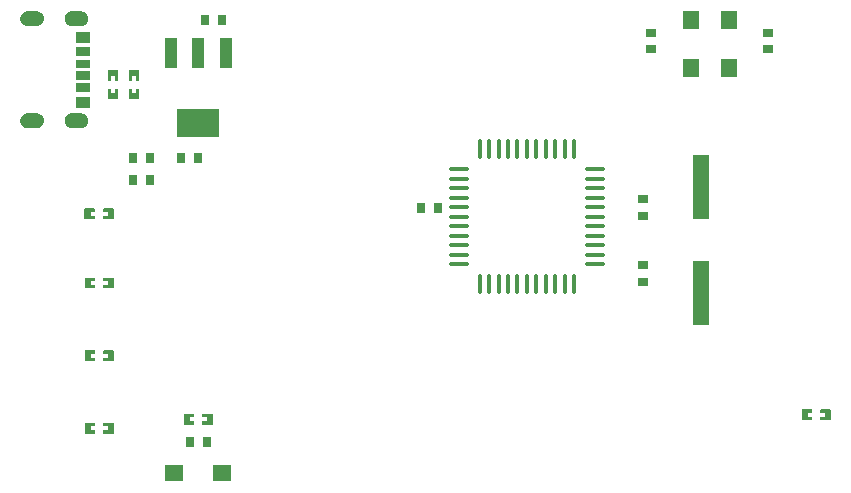
<source format=gtp>
G04 Layer: TopPasteMaskLayer*
G04 EasyEDA Pro v2.2.27.1, 2024-09-16 12:01:29*
G04 Gerber Generator version 0.3*
G04 Scale: 100 percent, Rotated: No, Reflected: No*
G04 Dimensions in millimeters*
G04 Leading zeros omitted, absolute positions, 3 integers and 5 decimals*
%FSLAX35Y35*%
%MOMM*%
%ADD10R,0.8X0.9*%
%ADD11O,0.41999X1.67*%
%ADD12O,1.67X0.41999*%
%ADD13R,1.1X2.49999*%
%ADD14R,3.59999X2.34*%
%ADD15R,0.9X0.8*%
%ADD16R,0.9X0.8*%
%ADD17R,0.8X0.9*%
%ADD18R,1.3654X1.52999*%
%ADD19R,1.35999X1.52999*%
%ADD20R,1.52999X1.35999*%
%ADD21R,1.4X5.49999*%
G75*


G04 PolygonModel Start*
G36*
G01X914949Y-1332352D02*
G01X914949Y-1252352D01*
G01X909947Y-1247351D01*
G01X887151Y-1247351D01*
G01X887151Y-1284351D01*
G01X854151Y-1284351D01*
G01X854151Y-1247351D01*
G01X829948Y-1247351D01*
G01X824949Y-1252352D01*
G01X824949Y-1332352D01*
G01X829948Y-1337351D01*
G01X909947Y-1337351D01*
G01X914949Y-1332352D01*
G37*
G36*
G01X824951Y-1093348D02*
G01X824951Y-1173348D01*
G01X829953Y-1178349D01*
G01X852749Y-1178349D01*
G01X852749Y-1141349D01*
G01X885749Y-1141349D01*
G01X885749Y-1178349D01*
G01X909952Y-1178349D01*
G01X914951Y-1173348D01*
G01X914951Y-1093348D01*
G01X909952Y-1088349D01*
G01X829953Y-1088349D01*
G01X824951Y-1093348D01*
G37*
G36*
G01X1092749Y-1332352D02*
G01X1092749Y-1252352D01*
G01X1087747Y-1247351D01*
G01X1064951Y-1247351D01*
G01X1064951Y-1284351D01*
G01X1031951Y-1284351D01*
G01X1031951Y-1247351D01*
G01X1007748Y-1247351D01*
G01X1002749Y-1252352D01*
G01X1002749Y-1332352D01*
G01X1007748Y-1337351D01*
G01X1087747Y-1337351D01*
G01X1092749Y-1332352D01*
G37*
G36*
G01X1002751Y-1093348D02*
G01X1002751Y-1173348D01*
G01X1007753Y-1178349D01*
G01X1030549Y-1178349D01*
G01X1030549Y-1141349D01*
G01X1063549Y-1141349D01*
G01X1063549Y-1178349D01*
G01X1087752Y-1178349D01*
G01X1092751Y-1173348D01*
G01X1092751Y-1093348D01*
G01X1087752Y-1088349D01*
G01X1007753Y-1088349D01*
G01X1002751Y-1093348D01*
G37*
G36*
G01X673951Y-1000849D02*
G01X553951Y-1000849D01*
G01X553951Y-1070851D01*
G01X673951Y-1070851D01*
G01X673951Y-1000849D01*
G37*
G36*
G01X553951Y-973851D02*
G01X673951Y-973851D01*
G01X673951Y-893851D01*
G01X553951Y-893851D01*
G01X553951Y-973851D01*
G37*
G36*
G01X673951Y-1100849D02*
G01X553951Y-1100849D01*
G01X553951Y-1170851D01*
G01X673951Y-1170851D01*
G01X673951Y-1100849D01*
G37*
G36*
G01X673951Y-1197849D02*
G01X553951Y-1197849D01*
G01X553951Y-1277849D01*
G01X673951Y-1277849D01*
G01X673951Y-1197849D01*
G37*
G36*
G01X553951Y-1405852D02*
G01X673951Y-1405852D01*
G01X673951Y-1315852D01*
G01X553951Y-1315852D01*
G01X553951Y-1405852D01*
G37*
G36*
G01X553951Y-855850D02*
G01X673951Y-855850D01*
G01X673951Y-765851D01*
G01X553951Y-765851D01*
G01X553951Y-855850D01*
G37*
G36*
G01X661126Y-652290D02*
G01X660972Y-649176D01*
G01X660662Y-646074D01*
G01X660197Y-642993D01*
G01X659580Y-639940D01*
G01X658810Y-636920D01*
G01X657893Y-633941D01*
G01X656826Y-631012D01*
G01X655617Y-628142D01*
G01X654263Y-625333D01*
G01X652772Y-622597D01*
G01X651149Y-619938D01*
G01X649394Y-617362D01*
G01X647512Y-614878D01*
G01X645508Y-612493D01*
G01X643390Y-610207D01*
G01X641157Y-608033D01*
G01X638820Y-605970D01*
G01X636384Y-604027D01*
G01X633854Y-602209D01*
G01X631236Y-600517D01*
G01X628538Y-598957D01*
G01X625765Y-597538D01*
G01X622925Y-596255D01*
G01X620024Y-595117D01*
G01X617070Y-594124D01*
G01X614070Y-593280D01*
G01X611033Y-592587D01*
G01X607962Y-592046D01*
G01X604871Y-591657D01*
G01X601764Y-591426D01*
G01X598648Y-591348D01*
G01X523649Y-591348D01*
G01X520532Y-591426D01*
G01X517426Y-591657D01*
G01X514335Y-592046D01*
G01X511264Y-592587D01*
G01X508226Y-593280D01*
G01X505226Y-594124D01*
G01X502272Y-595117D01*
G01X499372Y-596255D01*
G01X496532Y-597538D01*
G01X493758Y-598957D01*
G01X491061Y-600517D01*
G01X488442Y-602209D01*
G01X485912Y-604027D01*
G01X483476Y-605970D01*
G01X481140Y-608033D01*
G01X478907Y-610207D01*
G01X476788Y-612493D01*
G01X474784Y-614878D01*
G01X472902Y-617362D01*
G01X471147Y-619938D01*
G01X469524Y-622597D01*
G01X468033Y-625333D01*
G01X466679Y-628142D01*
G01X465470Y-631012D01*
G01X464403Y-633941D01*
G01X463487Y-636920D01*
G01X462717Y-639940D01*
G01X462100Y-642993D01*
G01X461635Y-646074D01*
G01X461325Y-649176D01*
G01X461170Y-652290D01*
G01X461170Y-655404D01*
G01X461325Y-658518D01*
G01X461635Y-661619D01*
G01X462100Y-664700D01*
G01X462717Y-667753D01*
G01X463487Y-670773D01*
G01X464403Y-673753D01*
G01X465470Y-676681D01*
G01X466679Y-679552D01*
G01X468033Y-682361D01*
G01X469524Y-685096D01*
G01X471147Y-687756D01*
G01X472902Y-690331D01*
G01X474784Y-692815D01*
G01X476788Y-695201D01*
G01X478907Y-697487D01*
G01X481140Y-699661D01*
G01X483476Y-701723D01*
G01X485912Y-703666D01*
G01X488442Y-705485D01*
G01X491061Y-707177D01*
G01X493758Y-708736D01*
G01X496532Y-710156D01*
G01X499372Y-711439D01*
G01X502272Y-712577D01*
G01X505226Y-713570D01*
G01X508226Y-714413D01*
G01X511264Y-715107D01*
G01X514335Y-715648D01*
G01X517426Y-716036D01*
G01X520532Y-716267D01*
G01X523649Y-716346D01*
G01X598648Y-716346D01*
G01X601764Y-716267D01*
G01X604871Y-716036D01*
G01X607962Y-715648D01*
G01X611033Y-715107D01*
G01X614070Y-714413D01*
G01X617070Y-713570D01*
G01X620024Y-712577D01*
G01X622925Y-711439D01*
G01X625765Y-710156D01*
G01X628538Y-708736D01*
G01X631236Y-707177D01*
G01X633854Y-705485D01*
G01X636384Y-703666D01*
G01X638820Y-701723D01*
G01X641157Y-699661D01*
G01X643390Y-697487D01*
G01X645508Y-695201D01*
G01X647512Y-692815D01*
G01X649394Y-690331D01*
G01X651149Y-687756D01*
G01X652772Y-685096D01*
G01X654263Y-682361D01*
G01X655617Y-679552D01*
G01X656826Y-676681D01*
G01X657893Y-673753D01*
G01X658810Y-670773D01*
G01X659580Y-667753D01*
G01X660197Y-664700D01*
G01X660662Y-661619D01*
G01X660972Y-658518D01*
G01X661126Y-655404D01*
G01X661126Y-652290D01*
G37*
G36*
G01X660972Y-1522524D02*
G01X661126Y-1519410D01*
G01X661126Y-1516296D01*
G01X660972Y-1513182D01*
G01X660662Y-1510081D01*
G01X660197Y-1507000D01*
G01X659580Y-1503947D01*
G01X658810Y-1500927D01*
G01X657893Y-1497947D01*
G01X656826Y-1495019D01*
G01X655617Y-1492148D01*
G01X654263Y-1489339D01*
G01X652772Y-1486604D01*
G01X651149Y-1483944D01*
G01X649394Y-1481369D01*
G01X647512Y-1478885D01*
G01X645508Y-1476499D01*
G01X643390Y-1474213D01*
G01X641157Y-1472039D01*
G01X638820Y-1469977D01*
G01X636384Y-1468034D01*
G01X633854Y-1466215D01*
G01X631236Y-1464523D01*
G01X628538Y-1462964D01*
G01X625765Y-1461544D01*
G01X622925Y-1460261D01*
G01X620024Y-1459123D01*
G01X617070Y-1458130D01*
G01X614070Y-1457287D01*
G01X611033Y-1456593D01*
G01X607962Y-1456052D01*
G01X604871Y-1455664D01*
G01X601764Y-1455433D01*
G01X598648Y-1455354D01*
G01X523649Y-1455354D01*
G01X520532Y-1455433D01*
G01X517426Y-1455664D01*
G01X514335Y-1456052D01*
G01X511264Y-1456593D01*
G01X508226Y-1457287D01*
G01X505226Y-1458130D01*
G01X502272Y-1459123D01*
G01X499372Y-1460261D01*
G01X496532Y-1461544D01*
G01X493758Y-1462964D01*
G01X491061Y-1464523D01*
G01X488442Y-1466215D01*
G01X485912Y-1468034D01*
G01X483476Y-1469977D01*
G01X481140Y-1472039D01*
G01X478907Y-1474213D01*
G01X476788Y-1476499D01*
G01X474784Y-1478885D01*
G01X472902Y-1481369D01*
G01X471147Y-1483944D01*
G01X469524Y-1486604D01*
G01X468033Y-1489339D01*
G01X466679Y-1492148D01*
G01X465470Y-1495019D01*
G01X464403Y-1497947D01*
G01X463487Y-1500927D01*
G01X462717Y-1503947D01*
G01X462100Y-1507000D01*
G01X461635Y-1510081D01*
G01X461325Y-1513182D01*
G01X461170Y-1516296D01*
G01X461170Y-1519410D01*
G01X461325Y-1522524D01*
G01X461635Y-1525626D01*
G01X462100Y-1528707D01*
G01X462717Y-1531760D01*
G01X463487Y-1534780D01*
G01X464403Y-1537759D01*
G01X465470Y-1540688D01*
G01X466679Y-1543558D01*
G01X468033Y-1546367D01*
G01X469524Y-1549103D01*
G01X471147Y-1551762D01*
G01X472902Y-1554338D01*
G01X474784Y-1556822D01*
G01X476788Y-1559207D01*
G01X478907Y-1561493D01*
G01X481140Y-1563667D01*
G01X483476Y-1565730D01*
G01X485912Y-1567673D01*
G01X488442Y-1569491D01*
G01X491061Y-1571183D01*
G01X493758Y-1572743D01*
G01X496532Y-1574162D01*
G01X499372Y-1575445D01*
G01X502272Y-1576583D01*
G01X505226Y-1577576D01*
G01X508226Y-1578419D01*
G01X511264Y-1579113D01*
G01X514335Y-1579654D01*
G01X517426Y-1580043D01*
G01X520532Y-1580274D01*
G01X523649Y-1580352D01*
G01X598648Y-1580352D01*
G01X601764Y-1580274D01*
G01X604871Y-1580043D01*
G01X607962Y-1579654D01*
G01X611033Y-1579113D01*
G01X614070Y-1578419D01*
G01X617070Y-1577576D01*
G01X620024Y-1576583D01*
G01X622925Y-1575445D01*
G01X625765Y-1574162D01*
G01X628538Y-1572743D01*
G01X631236Y-1571183D01*
G01X633854Y-1569491D01*
G01X636384Y-1567673D01*
G01X638820Y-1565730D01*
G01X641157Y-1563667D01*
G01X643390Y-1561493D01*
G01X645508Y-1559207D01*
G01X647512Y-1556822D01*
G01X649394Y-1554338D01*
G01X651149Y-1551762D01*
G01X652772Y-1549103D01*
G01X654263Y-1546367D01*
G01X655617Y-1543558D01*
G01X656826Y-1540688D01*
G01X657893Y-1537759D01*
G01X658810Y-1534780D01*
G01X659580Y-1531760D01*
G01X660197Y-1528707D01*
G01X660662Y-1525626D01*
G01X660972Y-1522524D01*
G37*
G36*
G01X286121Y-1516296D02*
G01X285966Y-1513182D01*
G01X285656Y-1510081D01*
G01X285191Y-1507000D01*
G01X284574Y-1503947D01*
G01X283804Y-1500927D01*
G01X282887Y-1497947D01*
G01X281821Y-1495019D01*
G01X280612Y-1492148D01*
G01X279258Y-1489339D01*
G01X277767Y-1486604D01*
G01X276144Y-1483944D01*
G01X274389Y-1481369D01*
G01X272506Y-1478885D01*
G01X270502Y-1476499D01*
G01X268384Y-1474213D01*
G01X266151Y-1472039D01*
G01X263815Y-1469977D01*
G01X261379Y-1468034D01*
G01X258849Y-1466215D01*
G01X256230Y-1464523D01*
G01X253533Y-1462964D01*
G01X250759Y-1461544D01*
G01X247919Y-1460261D01*
G01X245019Y-1459123D01*
G01X242065Y-1458130D01*
G01X239065Y-1457287D01*
G01X236027Y-1456593D01*
G01X232956Y-1456052D01*
G01X229865Y-1455664D01*
G01X226759Y-1455433D01*
G01X223642Y-1455354D01*
G01X148643Y-1455354D01*
G01X145527Y-1455433D01*
G01X142420Y-1455664D01*
G01X139329Y-1456052D01*
G01X136258Y-1456593D01*
G01X133220Y-1457287D01*
G01X130221Y-1458130D01*
G01X127267Y-1459123D01*
G01X124366Y-1460261D01*
G01X121526Y-1461544D01*
G01X118753Y-1462964D01*
G01X116055Y-1464523D01*
G01X113436Y-1466215D01*
G01X110907Y-1468034D01*
G01X108471Y-1469977D01*
G01X106134Y-1472039D01*
G01X103901Y-1474213D01*
G01X101783Y-1476499D01*
G01X99779Y-1478885D01*
G01X97897Y-1481369D01*
G01X96142Y-1483944D01*
G01X94518Y-1486604D01*
G01X93028Y-1489339D01*
G01X91674Y-1492148D01*
G01X90465Y-1495019D01*
G01X89398Y-1497947D01*
G01X88481Y-1500927D01*
G01X87711Y-1503947D01*
G01X87094Y-1507000D01*
G01X86629Y-1510081D01*
G01X86319Y-1513182D01*
G01X86164Y-1516296D01*
G01X86164Y-1519410D01*
G01X86319Y-1522524D01*
G01X86629Y-1525626D01*
G01X87094Y-1528707D01*
G01X87711Y-1531760D01*
G01X88481Y-1534780D01*
G01X89398Y-1537759D01*
G01X90465Y-1540688D01*
G01X91674Y-1543558D01*
G01X93028Y-1546367D01*
G01X94518Y-1549103D01*
G01X96142Y-1551762D01*
G01X97897Y-1554338D01*
G01X99779Y-1556822D01*
G01X101783Y-1559207D01*
G01X103901Y-1561493D01*
G01X106134Y-1563667D01*
G01X108471Y-1565730D01*
G01X110907Y-1567673D01*
G01X113436Y-1569491D01*
G01X116055Y-1571183D01*
G01X118753Y-1572743D01*
G01X121526Y-1574162D01*
G01X124366Y-1575445D01*
G01X127267Y-1576583D01*
G01X130221Y-1577576D01*
G01X133220Y-1578419D01*
G01X136258Y-1579113D01*
G01X139329Y-1579654D01*
G01X142420Y-1580043D01*
G01X145527Y-1580274D01*
G01X148643Y-1580352D01*
G01X223642Y-1580352D01*
G01X226759Y-1580274D01*
G01X229865Y-1580043D01*
G01X232956Y-1579654D01*
G01X236027Y-1579113D01*
G01X239065Y-1578419D01*
G01X242065Y-1577576D01*
G01X245019Y-1576583D01*
G01X247919Y-1575445D01*
G01X250759Y-1574162D01*
G01X253533Y-1572743D01*
G01X256230Y-1571183D01*
G01X258849Y-1569491D01*
G01X261379Y-1567673D01*
G01X263815Y-1565730D01*
G01X266151Y-1563667D01*
G01X268384Y-1561493D01*
G01X270502Y-1559207D01*
G01X272506Y-1556822D01*
G01X274389Y-1554338D01*
G01X276144Y-1551762D01*
G01X277767Y-1549103D01*
G01X279258Y-1546367D01*
G01X280612Y-1543558D01*
G01X281821Y-1540688D01*
G01X282887Y-1537759D01*
G01X283804Y-1534780D01*
G01X284574Y-1531760D01*
G01X285191Y-1528707D01*
G01X285656Y-1525626D01*
G01X285966Y-1522524D01*
G01X286121Y-1519410D01*
G01X286121Y-1516296D01*
G37*
G36*
G01X286121Y-652290D02*
G01X285966Y-649176D01*
G01X285656Y-646074D01*
G01X285191Y-642993D01*
G01X284574Y-639940D01*
G01X283804Y-636920D01*
G01X282887Y-633941D01*
G01X281821Y-631012D01*
G01X280612Y-628142D01*
G01X279258Y-625333D01*
G01X277767Y-622597D01*
G01X276144Y-619938D01*
G01X274389Y-617362D01*
G01X272506Y-614878D01*
G01X270502Y-612493D01*
G01X268384Y-610207D01*
G01X266151Y-608033D01*
G01X263815Y-605970D01*
G01X261379Y-604027D01*
G01X258849Y-602209D01*
G01X256230Y-600517D01*
G01X253533Y-598957D01*
G01X250759Y-597538D01*
G01X247919Y-596255D01*
G01X245019Y-595117D01*
G01X242065Y-594124D01*
G01X239065Y-593280D01*
G01X236027Y-592587D01*
G01X232956Y-592046D01*
G01X229865Y-591657D01*
G01X226759Y-591426D01*
G01X223642Y-591348D01*
G01X148643Y-591348D01*
G01X145527Y-591426D01*
G01X142420Y-591657D01*
G01X139329Y-592046D01*
G01X136258Y-592587D01*
G01X133220Y-593280D01*
G01X130221Y-594124D01*
G01X127267Y-595117D01*
G01X124366Y-596255D01*
G01X121526Y-597538D01*
G01X118753Y-598957D01*
G01X116055Y-600517D01*
G01X113436Y-602209D01*
G01X110907Y-604027D01*
G01X108471Y-605970D01*
G01X106134Y-608033D01*
G01X103901Y-610207D01*
G01X101783Y-612493D01*
G01X99779Y-614878D01*
G01X97897Y-617362D01*
G01X96142Y-619938D01*
G01X94518Y-622597D01*
G01X93028Y-625333D01*
G01X91674Y-628142D01*
G01X90465Y-631012D01*
G01X89398Y-633941D01*
G01X88481Y-636920D01*
G01X87711Y-639940D01*
G01X87094Y-642993D01*
G01X86629Y-646074D01*
G01X86319Y-649176D01*
G01X86164Y-652290D01*
G01X86164Y-655404D01*
G01X86319Y-658518D01*
G01X86629Y-661619D01*
G01X87094Y-664700D01*
G01X87711Y-667753D01*
G01X88481Y-670773D01*
G01X89398Y-673753D01*
G01X90465Y-676681D01*
G01X91674Y-679552D01*
G01X93028Y-682361D01*
G01X94518Y-685096D01*
G01X96142Y-687756D01*
G01X97897Y-690331D01*
G01X99779Y-692815D01*
G01X101783Y-695201D01*
G01X103901Y-697487D01*
G01X106134Y-699661D01*
G01X108471Y-701723D01*
G01X110907Y-703666D01*
G01X113436Y-705485D01*
G01X116055Y-707177D01*
G01X118753Y-708736D01*
G01X121526Y-710156D01*
G01X124366Y-711439D01*
G01X127267Y-712577D01*
G01X130221Y-713570D01*
G01X133220Y-714413D01*
G01X136258Y-715107D01*
G01X139329Y-715648D01*
G01X142420Y-716036D01*
G01X145527Y-716267D01*
G01X148643Y-716346D01*
G01X223642Y-716346D01*
G01X226759Y-716267D01*
G01X229865Y-716036D01*
G01X232956Y-715648D01*
G01X236027Y-715107D01*
G01X239065Y-714413D01*
G01X242065Y-713570D01*
G01X245019Y-712577D01*
G01X247919Y-711439D01*
G01X250759Y-710156D01*
G01X253533Y-708736D01*
G01X256230Y-707177D01*
G01X258849Y-705485D01*
G01X261379Y-703666D01*
G01X263815Y-701723D01*
G01X266151Y-699661D01*
G01X268384Y-697487D01*
G01X270502Y-695201D01*
G01X272506Y-692815D01*
G01X274389Y-690331D01*
G01X276144Y-687756D01*
G01X277767Y-685096D01*
G01X279258Y-682361D01*
G01X280612Y-679552D01*
G01X281821Y-676681D01*
G01X282887Y-673753D01*
G01X283804Y-670773D01*
G01X284574Y-667753D01*
G01X285191Y-664700D01*
G01X285656Y-661619D01*
G01X285966Y-658518D01*
G01X286121Y-655404D01*
G01X286121Y-652290D01*
G37*
G36*
G01X6706748Y-4051849D02*
G01X6786748Y-4051849D01*
G01X6791749Y-4046847D01*
G01X6791749Y-4024051D01*
G01X6754749Y-4024051D01*
G01X6754749Y-3991051D01*
G01X6791749Y-3991051D01*
G01X6791749Y-3966848D01*
G01X6786748Y-3961849D01*
G01X6706748Y-3961849D01*
G01X6701749Y-3966848D01*
G01X6701749Y-4046847D01*
G01X6706748Y-4051849D01*
G37*
G36*
G01X6945752Y-3961851D02*
G01X6865752Y-3961851D01*
G01X6860751Y-3966853D01*
G01X6860751Y-3989649D01*
G01X6897751Y-3989649D01*
G01X6897751Y-4022649D01*
G01X6860751Y-4022649D01*
G01X6860751Y-4046852D01*
G01X6865752Y-4051851D01*
G01X6945752Y-4051851D01*
G01X6950751Y-4046852D01*
G01X6950751Y-3966853D01*
G01X6945752Y-3961851D01*
G37*
G36*
G01X875152Y-2847766D02*
G01X795152Y-2847766D01*
G01X790151Y-2852767D01*
G01X790151Y-2875563D01*
G01X827151Y-2875563D01*
G01X827151Y-2908563D01*
G01X790151Y-2908563D01*
G01X790151Y-2932767D01*
G01X795152Y-2937766D01*
G01X875152Y-2937766D01*
G01X880151Y-2932767D01*
G01X880151Y-2852767D01*
G01X875152Y-2847766D01*
G37*
G36*
G01X636148Y-2937763D02*
G01X716148Y-2937763D01*
G01X721149Y-2932762D01*
G01X721149Y-2909965D01*
G01X684149Y-2909965D01*
G01X684149Y-2876966D01*
G01X721149Y-2876966D01*
G01X721149Y-2852762D01*
G01X716148Y-2847763D01*
G01X636148Y-2847763D01*
G01X631149Y-2852762D01*
G01X631149Y-2932762D01*
G01X636148Y-2937763D01*
G37*
G36*
G01X875152Y-3461959D02*
G01X795152Y-3461959D01*
G01X790151Y-3466960D01*
G01X790151Y-3489756D01*
G01X827151Y-3489756D01*
G01X827151Y-3522756D01*
G01X790151Y-3522756D01*
G01X790151Y-3546960D01*
G01X795152Y-3551958D01*
G01X875152Y-3551958D01*
G01X880151Y-3546960D01*
G01X880151Y-3466960D01*
G01X875152Y-3461959D01*
G37*
G36*
G01X636148Y-3551956D02*
G01X716148Y-3551956D01*
G01X721149Y-3546955D01*
G01X721149Y-3524158D01*
G01X684149Y-3524158D01*
G01X684149Y-3491158D01*
G01X721149Y-3491158D01*
G01X721149Y-3466955D01*
G01X716148Y-3461956D01*
G01X636148Y-3461956D01*
G01X631149Y-3466955D01*
G01X631149Y-3546955D01*
G01X636148Y-3551956D01*
G37*
G36*
G01X875152Y-4076151D02*
G01X795152Y-4076151D01*
G01X790151Y-4081153D01*
G01X790151Y-4103949D01*
G01X827151Y-4103949D01*
G01X827151Y-4136949D01*
G01X790151Y-4136949D01*
G01X790151Y-4161152D01*
G01X795152Y-4166151D01*
G01X875152Y-4166151D01*
G01X880151Y-4161152D01*
G01X880151Y-4081153D01*
G01X875152Y-4076151D01*
G37*
G36*
G01X636148Y-4166149D02*
G01X716148Y-4166149D01*
G01X721149Y-4161147D01*
G01X721149Y-4138351D01*
G01X684149Y-4138351D01*
G01X684149Y-4105351D01*
G01X721149Y-4105351D01*
G01X721149Y-4081148D01*
G01X716148Y-4076149D01*
G01X636148Y-4076149D01*
G01X631149Y-4081148D01*
G01X631149Y-4161147D01*
G01X636148Y-4166149D01*
G37*
G36*
G01X1474348Y-4089949D02*
G01X1554348Y-4089949D01*
G01X1559349Y-4084947D01*
G01X1559349Y-4062151D01*
G01X1522349Y-4062151D01*
G01X1522349Y-4029151D01*
G01X1559349Y-4029151D01*
G01X1559349Y-4004948D01*
G01X1554348Y-3999949D01*
G01X1474348Y-3999949D01*
G01X1469349Y-4004948D01*
G01X1469349Y-4084947D01*
G01X1474348Y-4089949D01*
G37*
G36*
G01X1713352Y-3999951D02*
G01X1633352Y-3999951D01*
G01X1628351Y-4004953D01*
G01X1628351Y-4027749D01*
G01X1665351Y-4027749D01*
G01X1665351Y-4060749D01*
G01X1628351Y-4060749D01*
G01X1628351Y-4084952D01*
G01X1633352Y-4089951D01*
G01X1713352Y-4089951D01*
G01X1718351Y-4084952D01*
G01X1718351Y-4004953D01*
G01X1713352Y-3999951D01*
G37*
G36*
G01X873425Y-2260051D02*
G01X793425Y-2260051D01*
G01X788424Y-2265053D01*
G01X788424Y-2287849D01*
G01X825424Y-2287849D01*
G01X825424Y-2320849D01*
G01X788424Y-2320849D01*
G01X788424Y-2345052D01*
G01X793425Y-2350051D01*
G01X873425Y-2350051D01*
G01X878423Y-2345052D01*
G01X878423Y-2265053D01*
G01X873425Y-2260051D01*
G37*
G36*
G01X634421Y-2350049D02*
G01X714421Y-2350049D01*
G01X719422Y-2345047D01*
G01X719422Y-2322251D01*
G01X682422Y-2322251D01*
G01X682422Y-2289251D01*
G01X719422Y-2289251D01*
G01X719422Y-2265048D01*
G01X714421Y-2260049D01*
G01X634421Y-2260049D01*
G01X629422Y-2265048D01*
G01X629422Y-2345047D01*
G01X634421Y-2350049D01*
G37*

G04 Pad Start*
G54D10*
G01X3479648Y-2254250D03*
G01X3619652Y-2254250D03*
G54D11*
G01X3975151Y-2903957D03*
G01X4055161Y-2903957D03*
G01X4135145Y-2903957D03*
G01X4215155Y-2903957D03*
G01X4295140Y-2903957D03*
G01X4375150Y-2903957D03*
G01X4455160Y-2903957D03*
G01X4535145Y-2903957D03*
G01X4615155Y-2903957D03*
G01X4695139Y-2903957D03*
G01X4775149Y-2903957D03*
G54D12*
G01X4948657Y-2730449D03*
G01X4948657Y-2650439D03*
G01X4948657Y-2570455D03*
G01X4948657Y-2490445D03*
G01X4948657Y-2410460D03*
G01X4948657Y-2330450D03*
G01X4948657Y-2250440D03*
G01X4948657Y-2170455D03*
G01X4948657Y-2090445D03*
G01X4948657Y-2010461D03*
G01X4948657Y-1930451D03*
G54D11*
G01X4775149Y-1756943D03*
G01X4695139Y-1756943D03*
G01X4615155Y-1756943D03*
G01X4535145Y-1756943D03*
G01X4455160Y-1756943D03*
G01X4375150Y-1756943D03*
G01X4295140Y-1756943D03*
G01X4215155Y-1756943D03*
G01X4135145Y-1756943D03*
G01X4055161Y-1756943D03*
G01X3975151Y-1756943D03*
G54D12*
G01X3801643Y-1930451D03*
G01X3801643Y-2010461D03*
G01X3801643Y-2090445D03*
G01X3801643Y-2170455D03*
G01X3801643Y-2250440D03*
G01X3801643Y-2330450D03*
G01X3801643Y-2410460D03*
G01X3801643Y-2490445D03*
G01X3801643Y-2570455D03*
G01X3801643Y-2650439D03*
G01X3801643Y-2730449D03*
G54D13*
G01X1823847Y-941255D03*
G01X1593850Y-941255D03*
G01X1363853Y-941255D03*
G54D14*
G01X1593850Y-1535247D03*
G54D15*
G01X6419850Y-774548D03*
G01X6419850Y-914552D03*
G01X5429250Y-774548D03*
G01X5429250Y-914552D03*
G01X5358053Y-2743048D03*
G01X5358053Y-2883052D03*
G54D16*
G01X5358053Y-2321569D03*
G01X5358053Y-2181564D03*
G54D17*
G01X1664627Y-4235450D03*
G01X1524622Y-4235450D03*
G54D19*
G01X6084055Y-1073455D03*
G01X6084055Y-666445D03*
G01X5764504Y-1073455D03*
G01X5764504Y-666445D03*
G54D20*
G01X1390345Y-4502150D03*
G01X1797355Y-4502150D03*
G54D21*
G01X5848350Y-2080476D03*
G01X5848350Y-2980474D03*
G54D17*
G01X1184643Y-2022934D03*
G01X1044639Y-2022934D03*
G54D10*
G01X1043686Y-1832434D03*
G01X1183691Y-1832434D03*
G54D17*
G01X1790852Y-666750D03*
G01X1650848Y-666750D03*
G01X1589748Y-1832434D03*
G01X1449743Y-1832434D03*
G04 Pad End*

M02*


</source>
